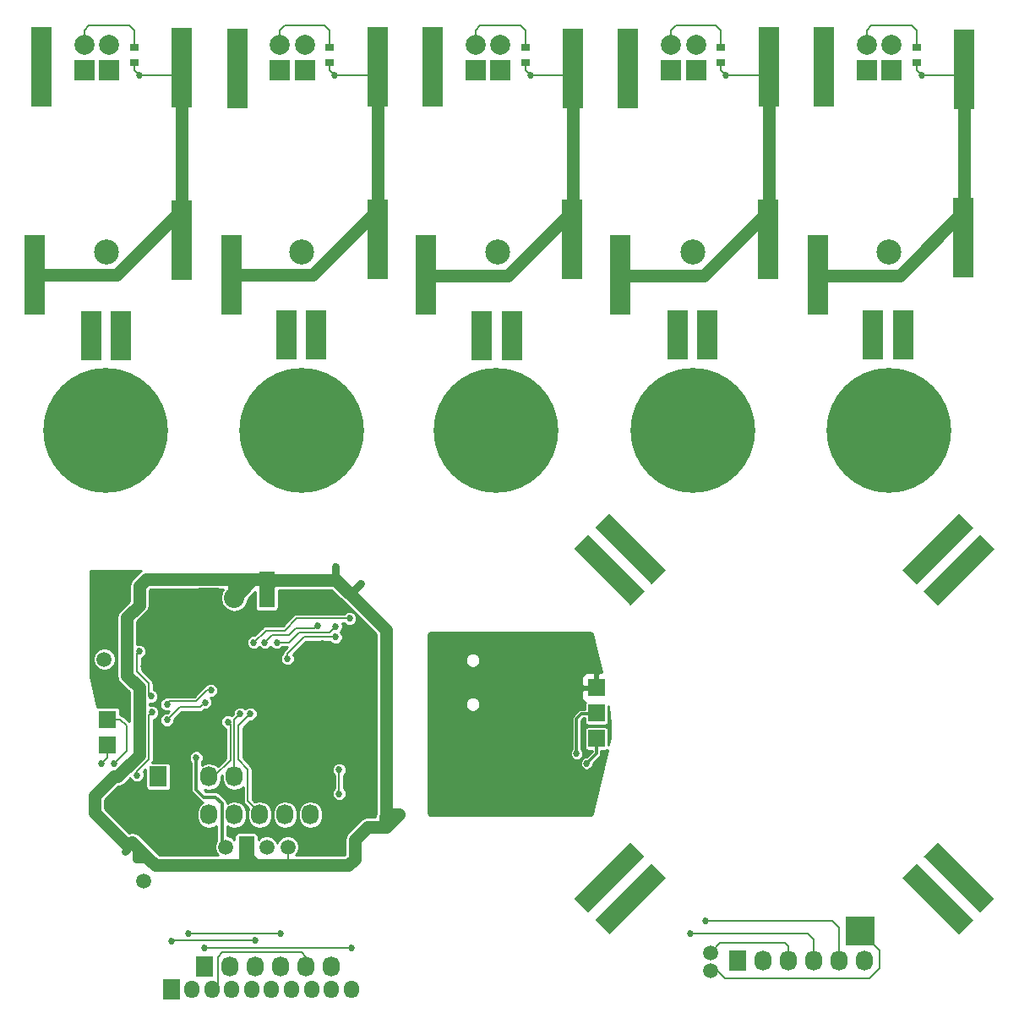
<source format=gbl>
G04 #@! TF.FileFunction,Copper,L2,Bot,Signal*
%FSLAX46Y46*%
G04 Gerber Fmt 4.6, Leading zero omitted, Abs format (unit mm)*
G04 Created by KiCad (PCBNEW (2015-07-22 BZR 5980)-product) date Friday, October 16, 2015 'amt' 10:57:48 am*
%MOMM*%
G01*
G04 APERTURE LIST*
%ADD10C,0.100000*%
%ADD11R,0.889000X0.635000*%
%ADD12R,2.000000X2.000000*%
%ADD13C,2.000000*%
%ADD14C,2.500000*%
%ADD15C,1.500000*%
%ADD16R,3.000000X3.000000*%
%ADD17R,1.727200X2.032000*%
%ADD18O,1.524000X1.778000*%
%ADD19R,1.600200X3.599180*%
%ADD20R,2.032000X2.032000*%
%ADD21O,2.032000X2.032000*%
%ADD22R,1.778000X1.778000*%
%ADD23O,1.727200X2.032000*%
%ADD24R,2.000000X8.000000*%
%ADD25R,2.000000X5.000000*%
%ADD26C,12.500000*%
%ADD27C,1.501140*%
%ADD28C,0.685800*%
%ADD29C,1.270000*%
%ADD30C,0.762000*%
%ADD31C,0.508000*%
%ADD32C,0.177800*%
%ADD33C,0.304800*%
%ADD34C,0.254000*%
G04 APERTURE END LIST*
D10*
D11*
X144400000Y-59468000D03*
X144400000Y-60992000D03*
X124800000Y-59468000D03*
X124800000Y-60992000D03*
X105200000Y-59468000D03*
X105200000Y-60992000D03*
X85600000Y-59468000D03*
X85600000Y-60992000D03*
D12*
X141900000Y-61730000D03*
D13*
X141900000Y-59190000D03*
D12*
X122300000Y-61730000D03*
D13*
X122300000Y-59190000D03*
D12*
X102700000Y-61730000D03*
D13*
X102700000Y-59190000D03*
D12*
X83100000Y-61730000D03*
D13*
X83100000Y-59190000D03*
D12*
X139400000Y-61730000D03*
D13*
X139400000Y-59190000D03*
D12*
X119800000Y-61730000D03*
D13*
X119800000Y-59190000D03*
D12*
X100200000Y-61730000D03*
D13*
X100200000Y-59190000D03*
D12*
X80600000Y-61730000D03*
D13*
X80600000Y-59190000D03*
D12*
X61000000Y-61730000D03*
D13*
X61000000Y-59190000D03*
D12*
X63500000Y-61730000D03*
D13*
X63500000Y-59190000D03*
D14*
X141600000Y-79930000D03*
X122000000Y-79930000D03*
X102400000Y-79930000D03*
X82800000Y-79930000D03*
X63200000Y-79930000D03*
D15*
X123731448Y-150146544D03*
X123731448Y-151896544D03*
D16*
X138731448Y-147896544D03*
D17*
X69777275Y-153784192D03*
D18*
X71777275Y-153784192D03*
X73777275Y-153784192D03*
X75777275Y-153784192D03*
X77777275Y-153784192D03*
X79777275Y-153784192D03*
X81777275Y-153784192D03*
X83777275Y-153784192D03*
X85777275Y-153784192D03*
X87777275Y-153784192D03*
D19*
X79300000Y-113730000D03*
D20*
X73498559Y-114561294D03*
D21*
X76038559Y-114561294D03*
D19*
X77250000Y-140230000D03*
D22*
X63338559Y-129293294D03*
X63338559Y-126753294D03*
X63338559Y-124213294D03*
D17*
X70958559Y-136278294D03*
D23*
X73498559Y-136278294D03*
X76038559Y-136278294D03*
X78578559Y-136278294D03*
X81118559Y-136278294D03*
X83658559Y-136278294D03*
D17*
X68418559Y-132468294D03*
D23*
X70958559Y-132468294D03*
X73498559Y-132468294D03*
X76038559Y-132468294D03*
D22*
X112340410Y-128662661D03*
X112340410Y-126122661D03*
X112340410Y-123582661D03*
D24*
X70750000Y-61480000D03*
X90400000Y-61430000D03*
X110000000Y-61530000D03*
X129600000Y-61430000D03*
X70750000Y-78730000D03*
X90400000Y-78630000D03*
X109900000Y-78630000D03*
X129500000Y-78630000D03*
X149200000Y-61630000D03*
X149100000Y-78530000D03*
D25*
X143050000Y-88230000D03*
X140050000Y-88230000D03*
X123450000Y-88280000D03*
X120450000Y-88280000D03*
X103850000Y-88305000D03*
X100850000Y-88305000D03*
X84250000Y-88280000D03*
X81250000Y-88280000D03*
X64675000Y-88305000D03*
X61675000Y-88305000D03*
D24*
X56700000Y-61430000D03*
X76400000Y-61530000D03*
X95900000Y-61430000D03*
X115500000Y-61530000D03*
D10*
G36*
X110103806Y-109669340D02*
X111518020Y-108255126D01*
X117174874Y-113911980D01*
X115760660Y-115326194D01*
X110103806Y-109669340D01*
X110103806Y-109669340D01*
G37*
G36*
X112225126Y-107548020D02*
X113639340Y-106133806D01*
X119296194Y-111790660D01*
X117881980Y-113204874D01*
X112225126Y-107548020D01*
X112225126Y-107548020D01*
G37*
G36*
X148660660Y-106133806D02*
X150074874Y-107548020D01*
X144418020Y-113204874D01*
X143003806Y-111790660D01*
X148660660Y-106133806D01*
X148660660Y-106133806D01*
G37*
G36*
X150781980Y-108255126D02*
X152196194Y-109669340D01*
X146539340Y-115326194D01*
X145125126Y-113911980D01*
X150781980Y-108255126D01*
X150781980Y-108255126D01*
G37*
G36*
X152196194Y-144690660D02*
X150781980Y-146104874D01*
X145125126Y-140448020D01*
X146539340Y-139033806D01*
X152196194Y-144690660D01*
X152196194Y-144690660D01*
G37*
G36*
X150074874Y-146811980D02*
X148660660Y-148226194D01*
X143003806Y-142569340D01*
X144418020Y-141155126D01*
X150074874Y-146811980D01*
X150074874Y-146811980D01*
G37*
G36*
X113639340Y-148226194D02*
X112225126Y-146811980D01*
X117881980Y-141155126D01*
X119296194Y-142569340D01*
X113639340Y-148226194D01*
X113639340Y-148226194D01*
G37*
G36*
X111518020Y-146104874D02*
X110103806Y-144690660D01*
X115760660Y-139033806D01*
X117174874Y-140448020D01*
X111518020Y-146104874D01*
X111518020Y-146104874D01*
G37*
D24*
X135100000Y-61430000D03*
D26*
X122000000Y-97830000D03*
X102300000Y-97830000D03*
X82775000Y-97805000D03*
X63175000Y-97805000D03*
X141600000Y-97830000D03*
D24*
X56000000Y-82230000D03*
X75750000Y-82230000D03*
X95250000Y-82230000D03*
X114750000Y-82230000D03*
X134500000Y-82230000D03*
D17*
X73077275Y-151484192D03*
D23*
X75617275Y-151484192D03*
X78157275Y-151484192D03*
X80697275Y-151484192D03*
X83237275Y-151484192D03*
X85777275Y-151484192D03*
D17*
X126481448Y-150896544D03*
D23*
X129021448Y-150896544D03*
X131561448Y-150896544D03*
X134101448Y-150896544D03*
X136641448Y-150896544D03*
X139181448Y-150896544D03*
D27*
X75200000Y-139530000D03*
X79300000Y-139530000D03*
X81400000Y-139530000D03*
X73200000Y-139530000D03*
X63000000Y-120730000D03*
X67000000Y-142930000D03*
D11*
X66000000Y-59468000D03*
X66000000Y-60992000D03*
D28*
X66200000Y-139830000D03*
X65100000Y-139930000D03*
X65800000Y-116130000D03*
X86200000Y-111430000D03*
X88700000Y-113130000D03*
X86200000Y-112730000D03*
X65290927Y-119730000D03*
X65290927Y-118530000D03*
X91300000Y-136330000D03*
X91160968Y-137548294D03*
X92548559Y-136278294D03*
X91278559Y-122943294D03*
X74100000Y-118730000D03*
X70200000Y-122030000D03*
X69500000Y-128230000D03*
X65300000Y-124230000D03*
X67000000Y-121430000D03*
X67656559Y-119768294D03*
X68138000Y-123130000D03*
X89950000Y-129580000D03*
X74700000Y-130880000D03*
X64350000Y-115380000D03*
X88750000Y-125630000D03*
X88738559Y-131833294D03*
X87468559Y-121038294D03*
X88738559Y-121038294D03*
X90008559Y-121038294D03*
X64608559Y-135008294D03*
X65878559Y-133738294D03*
X64608559Y-133738294D03*
X69688559Y-114053294D03*
X71593559Y-114053294D03*
X84928559Y-140088294D03*
X69053559Y-115958294D03*
X84928559Y-119133294D03*
X79848559Y-132468294D03*
X83023559Y-131198294D03*
X81118559Y-126753294D03*
X86198559Y-138183294D03*
X85563559Y-139453294D03*
X69300000Y-126792000D03*
X73100000Y-125030000D03*
X72228559Y-130563294D03*
X77650000Y-126180000D03*
X75400000Y-126980000D03*
X76650000Y-126180000D03*
X66500000Y-62230000D03*
X86100000Y-62230000D03*
X105700000Y-62230000D03*
X125300000Y-62230000D03*
X81372559Y-120657294D03*
X86198559Y-118498294D03*
X86550000Y-134180000D03*
X86550000Y-131780000D03*
X144900000Y-62230000D03*
X63973559Y-131198294D03*
X73700000Y-123830000D03*
X69300000Y-125230000D03*
X62703559Y-131198294D03*
X105341184Y-124662768D03*
X111341184Y-131162768D03*
X110341184Y-130162768D03*
X87600000Y-116630000D03*
X78000000Y-119030000D03*
X87777275Y-149584192D03*
X73077275Y-149584192D03*
X78177275Y-148884192D03*
X69777275Y-148984192D03*
X71477275Y-148184192D03*
X80677275Y-148184192D03*
X121731448Y-148146544D03*
X123231448Y-146896544D03*
X84400000Y-117330000D03*
X79100000Y-119030000D03*
X80300000Y-119030000D03*
X86200000Y-117430000D03*
X67700000Y-124430000D03*
X66500000Y-119930000D03*
X66300000Y-132330000D03*
X67800000Y-126030000D03*
D29*
X91278559Y-117863294D02*
X91278559Y-117808559D01*
X91278559Y-122943294D02*
X91278559Y-117863294D01*
X91278559Y-117808559D02*
X86200000Y-112730000D01*
X65800000Y-139130000D02*
X65100000Y-139130000D01*
X65100000Y-139130000D02*
X62068559Y-136098559D01*
X62068559Y-134373294D02*
X63973559Y-132468294D01*
X62068559Y-134373294D02*
X62068559Y-136098559D01*
X65300000Y-122364735D02*
X66500000Y-123564735D01*
X64361706Y-132468294D02*
X66500000Y-130330000D01*
X66500000Y-130330000D02*
X66500000Y-123564735D01*
X63973559Y-132468294D02*
X64361706Y-132468294D01*
D30*
X66200000Y-139830000D02*
X66200000Y-140730000D01*
X66200000Y-140730000D02*
X66200000Y-140630000D01*
X66200000Y-140630000D02*
X66200000Y-140730000D01*
X66200000Y-140730000D02*
X67500000Y-140730000D01*
X65800000Y-139230000D02*
X65800000Y-139130000D01*
X65800000Y-139130000D02*
X65800000Y-139030000D01*
X65900000Y-139130000D02*
X65800000Y-139230000D01*
X65100000Y-139930000D02*
X65900000Y-139130000D01*
D31*
X65300000Y-116630000D02*
X65290927Y-116630000D01*
X65800000Y-116130000D02*
X65300000Y-116630000D01*
D32*
X81400000Y-139530000D02*
X81400000Y-141358294D01*
X81400000Y-141358294D02*
X81400000Y-141330000D01*
X81400000Y-141330000D02*
X81400000Y-141358294D01*
D30*
X79300000Y-113730000D02*
X80275000Y-112755000D01*
X80400000Y-112730000D02*
X80400000Y-112755000D01*
X80375000Y-112755000D02*
X80400000Y-112730000D01*
X80275000Y-112755000D02*
X80375000Y-112755000D01*
X86200000Y-111430000D02*
X86200000Y-112730000D01*
X87776706Y-114053294D02*
X87468559Y-114053294D01*
X88700000Y-113130000D02*
X87776706Y-114053294D01*
X86175000Y-112755000D02*
X86170265Y-112755000D01*
X86200000Y-112730000D02*
X86175000Y-112755000D01*
D29*
X79775000Y-112755000D02*
X80400000Y-112755000D01*
X80400000Y-112755000D02*
X86170265Y-112755000D01*
X86170265Y-112755000D02*
X86198559Y-112783294D01*
X87468559Y-114053294D02*
X86198559Y-112783294D01*
X76038559Y-114561294D02*
X76068706Y-114561294D01*
X76068706Y-114561294D02*
X77900000Y-112730000D01*
X91278559Y-122943294D02*
X91278559Y-136308559D01*
D30*
X91278559Y-136308559D02*
X91300000Y-136330000D01*
D29*
X92548559Y-136278294D02*
X91351706Y-136278294D01*
D30*
X91351706Y-136278294D02*
X91300000Y-136330000D01*
X91300000Y-136330000D02*
X91160968Y-136469032D01*
D29*
X91160968Y-136469032D02*
X91160968Y-137548294D01*
X78100000Y-141358294D02*
X68128294Y-141358294D01*
D30*
X78128294Y-141358294D02*
X78100000Y-141358294D01*
D29*
X68128294Y-141358294D02*
X67500000Y-140730000D01*
X67500000Y-140730000D02*
X65800000Y-139030000D01*
X65290927Y-116545926D02*
X65290927Y-116630000D01*
X65290927Y-116630000D02*
X65290927Y-118530000D01*
X65290927Y-118530000D02*
X65290927Y-119730000D01*
X65290927Y-119730000D02*
X65290927Y-120930000D01*
X65290927Y-120930000D02*
X65290927Y-122355662D01*
X65290927Y-122355662D02*
X65300000Y-122364735D01*
X65300000Y-122364735D02*
X65300000Y-122380000D01*
X65300000Y-122380000D02*
X65300000Y-122364735D01*
D30*
X79775000Y-112755000D02*
X79750000Y-112730000D01*
D29*
X76038559Y-114561294D02*
X76038559Y-112730000D01*
D30*
X76038559Y-112730000D02*
X76000000Y-112768559D01*
X76000000Y-112768559D02*
X76000000Y-112980000D01*
X76000000Y-112980000D02*
X76000000Y-112730000D01*
D29*
X79750000Y-112730000D02*
X77900000Y-112730000D01*
X77900000Y-112730000D02*
X76000000Y-112730000D01*
X76000000Y-112730000D02*
X67201853Y-112730000D01*
D30*
X67201853Y-112730000D02*
X67148559Y-112783294D01*
D29*
X77250000Y-140230000D02*
X77250000Y-140480000D01*
X77250000Y-140480000D02*
X78128294Y-141358294D01*
X87468559Y-141358294D02*
X81400000Y-141358294D01*
X81400000Y-141358294D02*
X78128294Y-141358294D01*
D30*
X91160968Y-137548294D02*
X91278559Y-137548294D01*
D29*
X91278559Y-137548294D02*
X92548559Y-136278294D01*
X87468559Y-141358294D02*
X88103559Y-140723294D01*
X89373559Y-137548294D02*
X91160968Y-137548294D01*
X88103559Y-138818294D02*
X89373559Y-137548294D01*
X88103559Y-140723294D02*
X88103559Y-138818294D01*
X66513559Y-113418294D02*
X66513559Y-115323294D01*
X66513559Y-115323294D02*
X65290927Y-116545926D01*
X67148559Y-112783294D02*
X66513559Y-113418294D01*
D32*
X65283294Y-124213294D02*
X65300000Y-124230000D01*
X63338559Y-124213294D02*
X65283294Y-124213294D01*
X88750000Y-125630000D02*
X88750000Y-125730000D01*
X90008559Y-123156654D02*
X90008559Y-121038294D01*
X90008559Y-121038294D02*
X88738559Y-121038294D01*
X64608559Y-133738294D02*
X65878559Y-133738294D01*
X86198559Y-138818294D02*
X86198559Y-138183294D01*
X85563559Y-139453294D02*
X86198559Y-138818294D01*
X70600000Y-125530000D02*
X72600000Y-125530000D01*
X70562000Y-125530000D02*
X69300000Y-126792000D01*
X70562000Y-125530000D02*
X70600000Y-125530000D01*
X72600000Y-125530000D02*
X73100000Y-125030000D01*
D33*
X72228559Y-130563294D02*
X72228559Y-133758559D01*
X74800000Y-135130000D02*
X74800000Y-139130000D01*
X74200000Y-134530000D02*
X74800000Y-135130000D01*
X73000000Y-134530000D02*
X74200000Y-134530000D01*
X72228559Y-133758559D02*
X73000000Y-134530000D01*
X74800000Y-139130000D02*
X75200000Y-139530000D01*
D32*
X76450000Y-127380000D02*
X77650000Y-126180000D01*
X78578559Y-136278294D02*
X78578559Y-136108559D01*
X78578559Y-136108559D02*
X77400000Y-134930000D01*
X76450000Y-130780000D02*
X76450000Y-127380000D01*
X77400000Y-131730000D02*
X76450000Y-130780000D01*
X77400000Y-134930000D02*
X77400000Y-131730000D01*
X75650000Y-130830000D02*
X74011706Y-132468294D01*
X75650000Y-127230000D02*
X75650000Y-130830000D01*
X75400000Y-126980000D02*
X75650000Y-127230000D01*
X74011706Y-132468294D02*
X73498559Y-132468294D01*
X76050000Y-126780000D02*
X76038559Y-126780000D01*
X76650000Y-126180000D02*
X76050000Y-126780000D01*
X76038559Y-132468294D02*
X76038559Y-126780000D01*
X66000000Y-61730000D02*
X66000000Y-61230000D01*
X66500000Y-62230000D02*
X66000000Y-61730000D01*
X66000000Y-61230000D02*
X66000000Y-60992000D01*
X71000000Y-62230000D02*
X66500000Y-62230000D01*
X71000000Y-62230000D02*
X70750000Y-61480000D01*
D29*
X56000000Y-82230000D02*
X64250000Y-82230000D01*
X64250000Y-82230000D02*
X70750000Y-75730000D01*
X70750000Y-75730000D02*
X70750000Y-61480000D01*
X70750000Y-61480000D02*
X70750000Y-78730000D01*
D32*
X86100000Y-62230000D02*
X85600000Y-61730000D01*
X90600000Y-62230000D02*
X86100000Y-62230000D01*
X85600000Y-61730000D02*
X85600000Y-61230000D01*
X85600000Y-61230000D02*
X85600000Y-60992000D01*
X90600000Y-62230000D02*
X90350000Y-61480000D01*
D29*
X90400000Y-61480000D02*
X90400000Y-78730000D01*
X90400000Y-75730000D02*
X90400000Y-61480000D01*
X83900000Y-82230000D02*
X90400000Y-75730000D01*
X75650000Y-82230000D02*
X83900000Y-82230000D01*
D32*
X105700000Y-62230000D02*
X105200000Y-61730000D01*
X105200000Y-61730000D02*
X105200000Y-61230000D01*
X105200000Y-61230000D02*
X105200000Y-60992000D01*
X110200000Y-62230000D02*
X109950000Y-61480000D01*
X110200000Y-62230000D02*
X105700000Y-62230000D01*
D29*
X109950000Y-61580000D02*
X109950000Y-78830000D01*
X109950000Y-75830000D02*
X109950000Y-61580000D01*
X103450000Y-82330000D02*
X109950000Y-75830000D01*
X95200000Y-82330000D02*
X103450000Y-82330000D01*
D32*
X125300000Y-62230000D02*
X124800000Y-61730000D01*
X124800000Y-61730000D02*
X124800000Y-61230000D01*
X124800000Y-61230000D02*
X124800000Y-60992000D01*
X129800000Y-62230000D02*
X129550000Y-61480000D01*
X129800000Y-62230000D02*
X125300000Y-62230000D01*
D29*
X114850000Y-82330000D02*
X123100000Y-82330000D01*
X123100000Y-82330000D02*
X129600000Y-75830000D01*
X129600000Y-75830000D02*
X129600000Y-61580000D01*
X129600000Y-61580000D02*
X129600000Y-78830000D01*
D32*
X81372559Y-120657294D02*
X81372559Y-120149294D01*
X83023559Y-118498294D02*
X86198559Y-118498294D01*
X81372559Y-120149294D02*
X83023559Y-118498294D01*
X86550000Y-131780000D02*
X86550000Y-134180000D01*
X144900000Y-62230000D02*
X144400000Y-61730000D01*
X144400000Y-61730000D02*
X144400000Y-61230000D01*
X144400000Y-61230000D02*
X144400000Y-60992000D01*
X149400000Y-62230000D02*
X149150000Y-61480000D01*
X149400000Y-62230000D02*
X144900000Y-62230000D01*
D29*
X149200000Y-61580000D02*
X149200000Y-78830000D01*
X149200000Y-75830000D02*
X149200000Y-61580000D01*
X142700000Y-82330000D02*
X149200000Y-75830000D01*
X134450000Y-82330000D02*
X142700000Y-82330000D01*
D32*
X65243559Y-129928294D02*
X63973559Y-131198294D01*
X64608559Y-126753294D02*
X65243559Y-127388294D01*
X65243559Y-127388294D02*
X65243559Y-129928294D01*
X63338559Y-126753294D02*
X64608559Y-126753294D01*
X73700000Y-123830000D02*
X73300000Y-123830000D01*
X72200000Y-124930000D02*
X73300000Y-123830000D01*
X69600000Y-124930000D02*
X72200000Y-124930000D01*
X69300000Y-125230000D02*
X69600000Y-124930000D01*
X69300000Y-125230000D02*
X69400000Y-125130000D01*
X63338559Y-130563294D02*
X62703559Y-131198294D01*
X63338559Y-129293294D02*
X63338559Y-130563294D01*
D33*
X112341184Y-123622768D02*
X106381184Y-123622768D01*
X106381184Y-123622768D02*
X105341184Y-124662768D01*
X112341184Y-128702768D02*
X112341184Y-130162768D01*
X112341184Y-130162768D02*
X111341184Y-131162768D01*
X112341184Y-126162768D02*
X110841184Y-126162768D01*
X110341184Y-126662768D02*
X110341184Y-130162768D01*
X110841184Y-126162768D02*
X110341184Y-126662768D01*
D32*
X82300000Y-116630000D02*
X87600000Y-116630000D01*
X81100000Y-117830000D02*
X82300000Y-116630000D01*
X78000000Y-119030000D02*
X79200000Y-117830000D01*
X79200000Y-117830000D02*
X81100000Y-117830000D01*
X73077275Y-149584192D02*
X87777275Y-149584192D01*
X69877275Y-148884192D02*
X78177275Y-148884192D01*
X69777275Y-148984192D02*
X69877275Y-148884192D01*
X71477275Y-148184192D02*
X80677275Y-148184192D01*
X83237275Y-151484192D02*
X83237275Y-150544192D01*
X83237275Y-150544192D02*
X82777275Y-150084192D01*
X82777275Y-150084192D02*
X74877275Y-150084192D01*
X74877275Y-150084192D02*
X74377275Y-150584192D01*
X74377275Y-150584192D02*
X74377275Y-153184192D01*
X74377275Y-153184192D02*
X73777275Y-153784192D01*
X123731448Y-150146544D02*
X124731448Y-149146544D01*
X131561448Y-149476544D02*
X131561448Y-150896544D01*
X131231448Y-149146544D02*
X131561448Y-149476544D01*
X124731448Y-149146544D02*
X131231448Y-149146544D01*
X134101448Y-150896544D02*
X134101448Y-148766544D01*
X133481448Y-148146544D02*
X121731448Y-148146544D01*
X134101448Y-148766544D02*
X133481448Y-148146544D01*
X136641448Y-150896544D02*
X136641448Y-147556544D01*
X135981448Y-146896544D02*
X123231448Y-146896544D01*
X136641448Y-147556544D02*
X135981448Y-146896544D01*
X123731448Y-151896544D02*
X124481448Y-151896544D01*
X124481448Y-151896544D02*
X125231448Y-152646544D01*
X125231448Y-152646544D02*
X139731448Y-152646544D01*
X139731448Y-152646544D02*
X140731448Y-151646544D01*
X140731448Y-151646544D02*
X140731448Y-149896544D01*
X140731448Y-149896544D02*
X138731448Y-147896544D01*
X84100000Y-117630000D02*
X84400000Y-117330000D01*
X82200000Y-117630000D02*
X84100000Y-117630000D01*
X81500000Y-118330000D02*
X82200000Y-117630000D01*
X79800000Y-118330000D02*
X81500000Y-118330000D01*
X79100000Y-119030000D02*
X79800000Y-118330000D01*
X80300000Y-119030000D02*
X81500000Y-119030000D01*
X85600000Y-118030000D02*
X86200000Y-117430000D01*
X82500000Y-118030000D02*
X85600000Y-118030000D01*
X81500000Y-119030000D02*
X82500000Y-118030000D01*
X67500000Y-124230000D02*
X67700000Y-124430000D01*
X67500000Y-123130000D02*
X67500000Y-124230000D01*
X66300000Y-121930000D02*
X67500000Y-123130000D01*
X66300000Y-120130000D02*
X66300000Y-121930000D01*
X66500000Y-119930000D02*
X66300000Y-120130000D01*
X66300000Y-132330000D02*
X66300000Y-131930000D01*
X66300000Y-131930000D02*
X67200000Y-131030000D01*
X67200000Y-131030000D02*
X67500000Y-130730000D01*
X67500000Y-130730000D02*
X67500000Y-126330000D01*
X67500000Y-126330000D02*
X67800000Y-126030000D01*
X61000000Y-59190000D02*
X61000000Y-57730000D01*
X66000000Y-57730000D02*
X66000000Y-59468000D01*
X65500000Y-57230000D02*
X66000000Y-57730000D01*
X61500000Y-57230000D02*
X65500000Y-57230000D01*
X61000000Y-57730000D02*
X61500000Y-57230000D01*
X80600000Y-59190000D02*
X80600000Y-57730000D01*
X80600000Y-57730000D02*
X81100000Y-57230000D01*
X81100000Y-57230000D02*
X85100000Y-57230000D01*
X85100000Y-57230000D02*
X85600000Y-57730000D01*
X85600000Y-57730000D02*
X85600000Y-59468000D01*
X100200000Y-59190000D02*
X100200000Y-57730000D01*
X100200000Y-57730000D02*
X100700000Y-57230000D01*
X100700000Y-57230000D02*
X104700000Y-57230000D01*
X104700000Y-57230000D02*
X105200000Y-57730000D01*
X105200000Y-57730000D02*
X105200000Y-59468000D01*
X119800000Y-59190000D02*
X119800000Y-57730000D01*
X119800000Y-57730000D02*
X120300000Y-57230000D01*
X120300000Y-57230000D02*
X124300000Y-57230000D01*
X124300000Y-57230000D02*
X124800000Y-57730000D01*
X124800000Y-57730000D02*
X124800000Y-59468000D01*
X139400000Y-59190000D02*
X139400000Y-57730000D01*
X139400000Y-57730000D02*
X139900000Y-57230000D01*
X139900000Y-57230000D02*
X143900000Y-57230000D01*
X143900000Y-57230000D02*
X144400000Y-57730000D01*
X144400000Y-57730000D02*
X144400000Y-59468000D01*
D34*
G36*
X111793539Y-118099523D02*
X111883029Y-118159318D01*
X111942227Y-118246868D01*
X112828730Y-122058661D01*
X112626160Y-122058661D01*
X112467410Y-122217411D01*
X112467410Y-123455661D01*
X112487410Y-123455661D01*
X112487410Y-123709661D01*
X112467410Y-123709661D01*
X112467410Y-123729661D01*
X112213410Y-123729661D01*
X112213410Y-123709661D01*
X110975160Y-123709661D01*
X110816410Y-123868411D01*
X110816410Y-124597970D01*
X110913083Y-124831359D01*
X111091711Y-125009988D01*
X111203508Y-125056296D01*
X111164669Y-125113834D01*
X111140639Y-125233661D01*
X111140639Y-125705568D01*
X110841184Y-125705568D01*
X110666221Y-125740370D01*
X110517895Y-125839479D01*
X110017895Y-126339479D01*
X109918786Y-126487805D01*
X109883984Y-126662768D01*
X109883984Y-129703983D01*
X109792411Y-129795396D01*
X109693597Y-130033367D01*
X109693372Y-130291038D01*
X109791771Y-130529181D01*
X109973812Y-130711541D01*
X110211783Y-130810355D01*
X110469454Y-130810580D01*
X110707597Y-130712181D01*
X110889957Y-130530140D01*
X110988771Y-130292169D01*
X110988996Y-130034498D01*
X110890597Y-129796355D01*
X110798384Y-129703980D01*
X110798384Y-126852146D01*
X111030562Y-126619968D01*
X111140639Y-126619968D01*
X111140639Y-127011661D01*
X111163188Y-127127880D01*
X111230287Y-127230026D01*
X111331583Y-127298402D01*
X111451410Y-127322432D01*
X113229410Y-127322432D01*
X113345629Y-127299883D01*
X113447775Y-127232784D01*
X113516151Y-127131488D01*
X113540181Y-127011661D01*
X113540181Y-125429077D01*
X113714184Y-127169105D01*
X113714184Y-128568002D01*
X113540181Y-129316182D01*
X113540181Y-127773661D01*
X113517632Y-127657442D01*
X113450533Y-127555296D01*
X113349237Y-127486920D01*
X113229410Y-127462890D01*
X111451410Y-127462890D01*
X111335191Y-127485439D01*
X111233045Y-127552538D01*
X111164669Y-127653834D01*
X111140639Y-127773661D01*
X111140639Y-129551661D01*
X111163188Y-129667880D01*
X111230287Y-129770026D01*
X111331583Y-129838402D01*
X111451410Y-129862432D01*
X111883984Y-129862432D01*
X111883984Y-129973389D01*
X111342305Y-130515069D01*
X111212914Y-130514956D01*
X110974771Y-130613355D01*
X110792411Y-130795396D01*
X110693597Y-131033367D01*
X110693372Y-131291038D01*
X110791771Y-131529181D01*
X110973812Y-131711541D01*
X111211783Y-131810355D01*
X111469454Y-131810580D01*
X111707597Y-131712181D01*
X111889957Y-131530140D01*
X111988771Y-131292169D01*
X111988885Y-131161645D01*
X112664474Y-130486057D01*
X112763582Y-130337731D01*
X112798384Y-130162768D01*
X112798384Y-129862432D01*
X113229410Y-129862432D01*
X113345629Y-129839883D01*
X113431504Y-129783472D01*
X111946738Y-136167680D01*
X111924166Y-136212825D01*
X111880052Y-136277300D01*
X111789910Y-136336108D01*
X111655009Y-136362172D01*
X95774030Y-136362172D01*
X95634514Y-136334421D01*
X95545868Y-136275189D01*
X95486635Y-136186540D01*
X95468184Y-136093781D01*
X95468184Y-125370057D01*
X99182194Y-125370057D01*
X99296799Y-125647424D01*
X99508824Y-125859819D01*
X99785990Y-125974909D01*
X100086101Y-125975170D01*
X100363468Y-125860565D01*
X100575863Y-125648540D01*
X100690953Y-125371374D01*
X100691214Y-125071263D01*
X100576609Y-124793896D01*
X100364584Y-124581501D01*
X100087418Y-124466411D01*
X99787307Y-124466150D01*
X99509940Y-124580755D01*
X99297545Y-124792780D01*
X99182455Y-125069946D01*
X99182194Y-125370057D01*
X95468184Y-125370057D01*
X95468184Y-122567352D01*
X110816410Y-122567352D01*
X110816410Y-123296911D01*
X110975160Y-123455661D01*
X112213410Y-123455661D01*
X112213410Y-122217411D01*
X112054660Y-122058661D01*
X111325100Y-122058661D01*
X111091711Y-122155334D01*
X110913083Y-122333963D01*
X110816410Y-122567352D01*
X95468184Y-122567352D01*
X95468184Y-120970777D01*
X99182194Y-120970777D01*
X99296799Y-121248144D01*
X99508824Y-121460539D01*
X99785990Y-121575629D01*
X100086101Y-121575890D01*
X100363468Y-121461285D01*
X100575863Y-121249260D01*
X100690953Y-120972094D01*
X100691214Y-120671983D01*
X100576609Y-120394616D01*
X100364584Y-120182221D01*
X100087418Y-120067131D01*
X99787307Y-120066870D01*
X99509940Y-120181475D01*
X99297545Y-120393500D01*
X99182455Y-120670666D01*
X99182194Y-120970777D01*
X95468184Y-120970777D01*
X95468184Y-118340163D01*
X95486635Y-118247404D01*
X95545868Y-118158755D01*
X95634514Y-118099523D01*
X95774030Y-118071772D01*
X111654026Y-118071772D01*
X111793539Y-118099523D01*
X111793539Y-118099523D01*
G37*
X111793539Y-118099523D02*
X111883029Y-118159318D01*
X111942227Y-118246868D01*
X112828730Y-122058661D01*
X112626160Y-122058661D01*
X112467410Y-122217411D01*
X112467410Y-123455661D01*
X112487410Y-123455661D01*
X112487410Y-123709661D01*
X112467410Y-123709661D01*
X112467410Y-123729661D01*
X112213410Y-123729661D01*
X112213410Y-123709661D01*
X110975160Y-123709661D01*
X110816410Y-123868411D01*
X110816410Y-124597970D01*
X110913083Y-124831359D01*
X111091711Y-125009988D01*
X111203508Y-125056296D01*
X111164669Y-125113834D01*
X111140639Y-125233661D01*
X111140639Y-125705568D01*
X110841184Y-125705568D01*
X110666221Y-125740370D01*
X110517895Y-125839479D01*
X110017895Y-126339479D01*
X109918786Y-126487805D01*
X109883984Y-126662768D01*
X109883984Y-129703983D01*
X109792411Y-129795396D01*
X109693597Y-130033367D01*
X109693372Y-130291038D01*
X109791771Y-130529181D01*
X109973812Y-130711541D01*
X110211783Y-130810355D01*
X110469454Y-130810580D01*
X110707597Y-130712181D01*
X110889957Y-130530140D01*
X110988771Y-130292169D01*
X110988996Y-130034498D01*
X110890597Y-129796355D01*
X110798384Y-129703980D01*
X110798384Y-126852146D01*
X111030562Y-126619968D01*
X111140639Y-126619968D01*
X111140639Y-127011661D01*
X111163188Y-127127880D01*
X111230287Y-127230026D01*
X111331583Y-127298402D01*
X111451410Y-127322432D01*
X113229410Y-127322432D01*
X113345629Y-127299883D01*
X113447775Y-127232784D01*
X113516151Y-127131488D01*
X113540181Y-127011661D01*
X113540181Y-125429077D01*
X113714184Y-127169105D01*
X113714184Y-128568002D01*
X113540181Y-129316182D01*
X113540181Y-127773661D01*
X113517632Y-127657442D01*
X113450533Y-127555296D01*
X113349237Y-127486920D01*
X113229410Y-127462890D01*
X111451410Y-127462890D01*
X111335191Y-127485439D01*
X111233045Y-127552538D01*
X111164669Y-127653834D01*
X111140639Y-127773661D01*
X111140639Y-129551661D01*
X111163188Y-129667880D01*
X111230287Y-129770026D01*
X111331583Y-129838402D01*
X111451410Y-129862432D01*
X111883984Y-129862432D01*
X111883984Y-129973389D01*
X111342305Y-130515069D01*
X111212914Y-130514956D01*
X110974771Y-130613355D01*
X110792411Y-130795396D01*
X110693597Y-131033367D01*
X110693372Y-131291038D01*
X110791771Y-131529181D01*
X110973812Y-131711541D01*
X111211783Y-131810355D01*
X111469454Y-131810580D01*
X111707597Y-131712181D01*
X111889957Y-131530140D01*
X111988771Y-131292169D01*
X111988885Y-131161645D01*
X112664474Y-130486057D01*
X112763582Y-130337731D01*
X112798384Y-130162768D01*
X112798384Y-129862432D01*
X113229410Y-129862432D01*
X113345629Y-129839883D01*
X113431504Y-129783472D01*
X111946738Y-136167680D01*
X111924166Y-136212825D01*
X111880052Y-136277300D01*
X111789910Y-136336108D01*
X111655009Y-136362172D01*
X95774030Y-136362172D01*
X95634514Y-136334421D01*
X95545868Y-136275189D01*
X95486635Y-136186540D01*
X95468184Y-136093781D01*
X95468184Y-125370057D01*
X99182194Y-125370057D01*
X99296799Y-125647424D01*
X99508824Y-125859819D01*
X99785990Y-125974909D01*
X100086101Y-125975170D01*
X100363468Y-125860565D01*
X100575863Y-125648540D01*
X100690953Y-125371374D01*
X100691214Y-125071263D01*
X100576609Y-124793896D01*
X100364584Y-124581501D01*
X100087418Y-124466411D01*
X99787307Y-124466150D01*
X99509940Y-124580755D01*
X99297545Y-124792780D01*
X99182455Y-125069946D01*
X99182194Y-125370057D01*
X95468184Y-125370057D01*
X95468184Y-122567352D01*
X110816410Y-122567352D01*
X110816410Y-123296911D01*
X110975160Y-123455661D01*
X112213410Y-123455661D01*
X112213410Y-122217411D01*
X112054660Y-122058661D01*
X111325100Y-122058661D01*
X111091711Y-122155334D01*
X110913083Y-122333963D01*
X110816410Y-122567352D01*
X95468184Y-122567352D01*
X95468184Y-120970777D01*
X99182194Y-120970777D01*
X99296799Y-121248144D01*
X99508824Y-121460539D01*
X99785990Y-121575629D01*
X100086101Y-121575890D01*
X100363468Y-121461285D01*
X100575863Y-121249260D01*
X100690953Y-120972094D01*
X100691214Y-120671983D01*
X100576609Y-120394616D01*
X100364584Y-120182221D01*
X100087418Y-120067131D01*
X99787307Y-120066870D01*
X99509940Y-120181475D01*
X99297545Y-120393500D01*
X99182455Y-120670666D01*
X99182194Y-120970777D01*
X95468184Y-120970777D01*
X95468184Y-118340163D01*
X95486635Y-118247404D01*
X95545868Y-118158755D01*
X95634514Y-118099523D01*
X95774030Y-118071772D01*
X111654026Y-118071772D01*
X111793539Y-118099523D01*
G36*
X90222306Y-136080226D02*
X90144968Y-136469032D01*
X90144968Y-136532294D01*
X89373559Y-136532294D01*
X88984753Y-136609632D01*
X88898745Y-136667101D01*
X88655138Y-136829874D01*
X87385139Y-138099874D01*
X87164897Y-138429487D01*
X87159539Y-138456423D01*
X87087559Y-138818294D01*
X87087559Y-140302453D01*
X87047719Y-140342294D01*
X82187968Y-140342294D01*
X82358739Y-140171820D01*
X82531373Y-139756071D01*
X82531766Y-139305904D01*
X82359858Y-138889854D01*
X82041820Y-138571261D01*
X81626071Y-138398627D01*
X81175904Y-138398234D01*
X80759854Y-138570142D01*
X80441261Y-138888180D01*
X80349989Y-139107988D01*
X80259858Y-138889854D01*
X79941820Y-138571261D01*
X79526071Y-138398627D01*
X79075904Y-138398234D01*
X78659854Y-138570142D01*
X78438564Y-138791047D01*
X78438564Y-138430410D01*
X78410378Y-138285136D01*
X78326504Y-138157454D01*
X78199884Y-138071984D01*
X78050100Y-138041946D01*
X76449900Y-138041946D01*
X76304626Y-138070132D01*
X76176944Y-138154006D01*
X76091474Y-138280626D01*
X76061436Y-138430410D01*
X76061436Y-138791260D01*
X75841820Y-138571261D01*
X75426071Y-138398627D01*
X75333400Y-138398546D01*
X75333400Y-137454996D01*
X75562271Y-137607923D01*
X76038559Y-137702663D01*
X76514847Y-137607923D01*
X76918624Y-137338128D01*
X77188419Y-136934351D01*
X77283159Y-136458063D01*
X77283159Y-136098525D01*
X77188419Y-135622237D01*
X76918624Y-135218460D01*
X76514847Y-134948665D01*
X76038559Y-134853925D01*
X75562271Y-134948665D01*
X75328412Y-135104924D01*
X75292797Y-134925877D01*
X75177171Y-134752829D01*
X74577171Y-134152829D01*
X74404123Y-134037203D01*
X74200000Y-133996600D01*
X73220942Y-133996600D01*
X73022253Y-133797911D01*
X73022271Y-133797923D01*
X73498559Y-133892663D01*
X73974847Y-133797923D01*
X74378624Y-133528128D01*
X74648419Y-133124351D01*
X74743159Y-132648063D01*
X74743159Y-132401379D01*
X74793959Y-132350579D01*
X74793959Y-132648063D01*
X74888699Y-133124351D01*
X75158494Y-133528128D01*
X75562271Y-133797923D01*
X76038559Y-133892663D01*
X76514847Y-133797923D01*
X76918624Y-133528128D01*
X76930100Y-133510953D01*
X76930100Y-134930000D01*
X76956635Y-135063400D01*
X76965869Y-135109823D01*
X77067731Y-135262269D01*
X77428533Y-135623071D01*
X77333959Y-136098525D01*
X77333959Y-136458063D01*
X77428699Y-136934351D01*
X77698494Y-137338128D01*
X78102271Y-137607923D01*
X78578559Y-137702663D01*
X79054847Y-137607923D01*
X79458624Y-137338128D01*
X79728419Y-136934351D01*
X79823159Y-136458063D01*
X79823159Y-136098525D01*
X79873959Y-136098525D01*
X79873959Y-136458063D01*
X79968699Y-136934351D01*
X80238494Y-137338128D01*
X80642271Y-137607923D01*
X81118559Y-137702663D01*
X81594847Y-137607923D01*
X81998624Y-137338128D01*
X82268419Y-136934351D01*
X82363159Y-136458063D01*
X82363159Y-136098525D01*
X82413959Y-136098525D01*
X82413959Y-136458063D01*
X82508699Y-136934351D01*
X82778494Y-137338128D01*
X83182271Y-137607923D01*
X83658559Y-137702663D01*
X84134847Y-137607923D01*
X84538624Y-137338128D01*
X84808419Y-136934351D01*
X84903159Y-136458063D01*
X84903159Y-136098525D01*
X84808419Y-135622237D01*
X84538624Y-135218460D01*
X84134847Y-134948665D01*
X83658559Y-134853925D01*
X83182271Y-134948665D01*
X82778494Y-135218460D01*
X82508699Y-135622237D01*
X82413959Y-136098525D01*
X82363159Y-136098525D01*
X82363159Y-136098525D01*
X82268419Y-135622237D01*
X81998624Y-135218460D01*
X81594847Y-134948665D01*
X81118559Y-134853925D01*
X80642271Y-134948665D01*
X80238494Y-135218460D01*
X79968699Y-135622237D01*
X79873959Y-136098525D01*
X79823159Y-136098525D01*
X79823159Y-136098525D01*
X79728419Y-135622237D01*
X79458624Y-135218460D01*
X79054847Y-134948665D01*
X78578559Y-134853925D01*
X78102271Y-134948665D01*
X78090841Y-134956302D01*
X77869900Y-134735362D01*
X77869900Y-131923361D01*
X85825975Y-131923361D01*
X85935950Y-132189521D01*
X86080100Y-132333923D01*
X86080100Y-133626224D01*
X85936665Y-133769408D01*
X85826226Y-134035376D01*
X85825975Y-134323361D01*
X85935950Y-134589521D01*
X86139408Y-134793335D01*
X86405376Y-134903774D01*
X86693361Y-134904025D01*
X86959521Y-134794050D01*
X87163335Y-134590592D01*
X87273774Y-134324624D01*
X87274025Y-134036639D01*
X87164050Y-133770479D01*
X87019900Y-133626077D01*
X87019900Y-132333776D01*
X87163335Y-132190592D01*
X87273774Y-131924624D01*
X87274025Y-131636639D01*
X87164050Y-131370479D01*
X86960592Y-131166665D01*
X86694624Y-131056226D01*
X86406639Y-131055975D01*
X86140479Y-131165950D01*
X85936665Y-131369408D01*
X85826226Y-131635376D01*
X85825975Y-131923361D01*
X77869900Y-131923361D01*
X77869900Y-131730000D01*
X77834131Y-131550177D01*
X77800536Y-131499899D01*
X77732270Y-131397731D01*
X76919900Y-130585362D01*
X76919900Y-127574638D01*
X77590690Y-126903848D01*
X77793361Y-126904025D01*
X78059521Y-126794050D01*
X78263335Y-126590592D01*
X78373774Y-126324624D01*
X78374025Y-126036639D01*
X78264050Y-125770479D01*
X78060592Y-125566665D01*
X77794624Y-125456226D01*
X77506639Y-125455975D01*
X77240479Y-125565950D01*
X77150021Y-125656250D01*
X77060592Y-125566665D01*
X76794624Y-125456226D01*
X76506639Y-125455975D01*
X76240479Y-125565950D01*
X76036665Y-125769408D01*
X75926226Y-126035376D01*
X75926048Y-126239413D01*
X75802258Y-126363204D01*
X75544624Y-126256226D01*
X75256639Y-126255975D01*
X74990479Y-126365950D01*
X74786665Y-126569408D01*
X74676226Y-126835376D01*
X74675975Y-127123361D01*
X74785950Y-127389521D01*
X74989408Y-127593335D01*
X75180100Y-127672517D01*
X75180100Y-130635361D01*
X74389990Y-131425471D01*
X74378624Y-131408460D01*
X73974847Y-131138665D01*
X73498559Y-131043925D01*
X73022271Y-131138665D01*
X72761959Y-131312600D01*
X72761959Y-131053681D01*
X72841894Y-130973886D01*
X72952333Y-130707918D01*
X72952584Y-130419933D01*
X72842609Y-130153773D01*
X72639151Y-129949959D01*
X72373183Y-129839520D01*
X72085198Y-129839269D01*
X71819038Y-129949244D01*
X71615224Y-130152702D01*
X71504785Y-130418670D01*
X71504534Y-130706655D01*
X71614509Y-130972815D01*
X71695159Y-131053606D01*
X71695159Y-133758559D01*
X71735762Y-133962682D01*
X71851388Y-134135730D01*
X72622829Y-134907171D01*
X72795876Y-135022797D01*
X72884840Y-135040493D01*
X72618494Y-135218460D01*
X72348699Y-135622237D01*
X72253959Y-136098525D01*
X72253959Y-136458063D01*
X72348699Y-136934351D01*
X72618494Y-137338128D01*
X73022271Y-137607923D01*
X73498559Y-137702663D01*
X73974847Y-137607923D01*
X74266600Y-137412980D01*
X74266600Y-138862885D01*
X74241261Y-138888180D01*
X74068627Y-139303929D01*
X74068234Y-139754096D01*
X74240142Y-140170146D01*
X74411990Y-140342294D01*
X68549135Y-140342294D01*
X68218422Y-140011582D01*
X68218420Y-140011579D01*
X66518420Y-138311580D01*
X66188807Y-138091338D01*
X65800000Y-138014001D01*
X65483747Y-138076906D01*
X63084559Y-135677719D01*
X63084559Y-134794134D01*
X64402518Y-133476176D01*
X64686006Y-133419787D01*
X64750513Y-133406956D01*
X65080126Y-133186714D01*
X65639569Y-132627271D01*
X65685950Y-132739521D01*
X65889408Y-132943335D01*
X66155376Y-133053774D01*
X66443361Y-133054025D01*
X66709521Y-132944050D01*
X66913335Y-132740592D01*
X67023774Y-132474624D01*
X67024025Y-132186639D01*
X66931596Y-131962943D01*
X67166495Y-131728044D01*
X67166495Y-133484294D01*
X67194681Y-133629568D01*
X67278555Y-133757250D01*
X67405175Y-133842720D01*
X67554959Y-133872758D01*
X69282159Y-133872758D01*
X69427433Y-133844572D01*
X69555115Y-133760698D01*
X69640585Y-133634078D01*
X69670623Y-133484294D01*
X69670623Y-131452294D01*
X69642437Y-131307020D01*
X69558563Y-131179338D01*
X69431943Y-131093868D01*
X69282159Y-131063830D01*
X67830709Y-131063830D01*
X67832269Y-131062270D01*
X67934131Y-130909823D01*
X67945995Y-130850177D01*
X67969900Y-130730000D01*
X67969900Y-126743059D01*
X68209521Y-126644050D01*
X68413335Y-126440592D01*
X68523774Y-126174624D01*
X68524025Y-125886639D01*
X68414050Y-125620479D01*
X68210592Y-125416665D01*
X68106304Y-125373361D01*
X68575975Y-125373361D01*
X68685950Y-125639521D01*
X68889408Y-125843335D01*
X69155376Y-125953774D01*
X69443361Y-125954025D01*
X69494614Y-125932848D01*
X69359310Y-126068152D01*
X69156639Y-126067975D01*
X68890479Y-126177950D01*
X68686665Y-126381408D01*
X68576226Y-126647376D01*
X68575975Y-126935361D01*
X68685950Y-127201521D01*
X68889408Y-127405335D01*
X69155376Y-127515774D01*
X69443361Y-127516025D01*
X69709521Y-127406050D01*
X69913335Y-127202592D01*
X70023774Y-126936624D01*
X70023952Y-126732586D01*
X70756639Y-125999900D01*
X72600000Y-125999900D01*
X72779823Y-125964131D01*
X72932269Y-125862269D01*
X73040690Y-125753848D01*
X73243361Y-125754025D01*
X73509521Y-125644050D01*
X73713335Y-125440592D01*
X73823774Y-125174624D01*
X73824025Y-124886639D01*
X73714050Y-124620479D01*
X73647542Y-124553854D01*
X73843361Y-124554025D01*
X74109521Y-124444050D01*
X74313335Y-124240592D01*
X74423774Y-123974624D01*
X74424025Y-123686639D01*
X74314050Y-123420479D01*
X74110592Y-123216665D01*
X73844624Y-123106226D01*
X73556639Y-123105975D01*
X73290479Y-123215950D01*
X73090140Y-123415939D01*
X72967731Y-123497730D01*
X72005362Y-124460100D01*
X69600000Y-124460100D01*
X69420177Y-124495869D01*
X69404729Y-124506191D01*
X69156639Y-124505975D01*
X68890479Y-124615950D01*
X68686665Y-124819408D01*
X68576226Y-125085376D01*
X68575975Y-125373361D01*
X68106304Y-125373361D01*
X67944624Y-125306226D01*
X67656639Y-125305975D01*
X67516000Y-125364086D01*
X67516000Y-125137424D01*
X67555376Y-125153774D01*
X67843361Y-125154025D01*
X68109521Y-125044050D01*
X68313335Y-124840592D01*
X68423774Y-124574624D01*
X68424025Y-124286639D01*
X68314050Y-124020479D01*
X68110592Y-123816665D01*
X67969900Y-123758245D01*
X67969900Y-123130000D01*
X67934131Y-122950177D01*
X67883979Y-122875120D01*
X67832269Y-122797730D01*
X66769900Y-121735362D01*
X66769900Y-120601740D01*
X66909521Y-120544050D01*
X67113335Y-120340592D01*
X67223774Y-120074624D01*
X67224025Y-119786639D01*
X67114050Y-119520479D01*
X66910592Y-119316665D01*
X66644624Y-119206226D01*
X66356639Y-119205975D01*
X66306927Y-119226516D01*
X66306927Y-119173361D01*
X77275975Y-119173361D01*
X77385950Y-119439521D01*
X77589408Y-119643335D01*
X77855376Y-119753774D01*
X78143361Y-119754025D01*
X78409521Y-119644050D01*
X78550067Y-119503750D01*
X78689408Y-119643335D01*
X78955376Y-119753774D01*
X79243361Y-119754025D01*
X79509521Y-119644050D01*
X79700154Y-119453750D01*
X79889408Y-119643335D01*
X80155376Y-119753774D01*
X80443361Y-119754025D01*
X80709521Y-119644050D01*
X80853923Y-119499900D01*
X81357415Y-119499900D01*
X81040290Y-119817025D01*
X80938428Y-119969471D01*
X80914020Y-120092176D01*
X80759224Y-120246702D01*
X80648785Y-120512670D01*
X80648534Y-120800655D01*
X80758509Y-121066815D01*
X80961967Y-121270629D01*
X81227935Y-121381068D01*
X81515920Y-121381319D01*
X81782080Y-121271344D01*
X81985894Y-121067886D01*
X82096333Y-120801918D01*
X82096584Y-120513933D01*
X81986609Y-120247773D01*
X81962635Y-120223757D01*
X83218198Y-118968194D01*
X85644783Y-118968194D01*
X85787967Y-119111629D01*
X86053935Y-119222068D01*
X86341920Y-119222319D01*
X86608080Y-119112344D01*
X86811894Y-118908886D01*
X86922333Y-118642918D01*
X86922584Y-118354933D01*
X86812609Y-118088773D01*
X86688881Y-117964829D01*
X86813335Y-117840592D01*
X86923774Y-117574624D01*
X86924025Y-117286639D01*
X86846866Y-117099900D01*
X87046224Y-117099900D01*
X87189408Y-117243335D01*
X87455376Y-117353774D01*
X87743361Y-117354025D01*
X88009521Y-117244050D01*
X88213335Y-117040592D01*
X88323774Y-116774624D01*
X88324025Y-116486639D01*
X88214050Y-116220479D01*
X88010592Y-116016665D01*
X87744624Y-115906226D01*
X87456639Y-115905975D01*
X87190479Y-116015950D01*
X87046077Y-116160100D01*
X82300000Y-116160100D01*
X82120177Y-116195869D01*
X81967730Y-116297731D01*
X80905362Y-117360100D01*
X79200000Y-117360100D01*
X79020177Y-117395869D01*
X78867730Y-117497731D01*
X78059310Y-118306152D01*
X77856639Y-118305975D01*
X77590479Y-118415950D01*
X77386665Y-118619408D01*
X77276226Y-118885376D01*
X77275975Y-119173361D01*
X66306927Y-119173361D01*
X66306927Y-116966766D01*
X67231980Y-116041714D01*
X67452221Y-115712101D01*
X67479035Y-115577294D01*
X67529559Y-115323294D01*
X67529559Y-113839134D01*
X67622694Y-113746000D01*
X74917160Y-113746000D01*
X74747899Y-113999316D01*
X74641559Y-114533925D01*
X74641559Y-114588663D01*
X74747899Y-115123272D01*
X75050731Y-115576491D01*
X75503950Y-115879323D01*
X76038559Y-115985663D01*
X76573168Y-115879323D01*
X77026387Y-115576491D01*
X77329219Y-115123272D01*
X77424977Y-114641864D01*
X78111436Y-113955405D01*
X78111436Y-115529590D01*
X78139622Y-115674864D01*
X78223496Y-115802546D01*
X78350116Y-115888016D01*
X78499900Y-115918054D01*
X80100100Y-115918054D01*
X80245374Y-115889868D01*
X80373056Y-115805994D01*
X80458526Y-115679374D01*
X80488564Y-115529590D01*
X80488564Y-113771000D01*
X85749425Y-113771000D01*
X86750138Y-114771714D01*
X86915093Y-114881934D01*
X90262559Y-118229400D01*
X90262559Y-136019983D01*
X90222306Y-136080226D01*
X90222306Y-136080226D01*
G37*
X90222306Y-136080226D02*
X90144968Y-136469032D01*
X90144968Y-136532294D01*
X89373559Y-136532294D01*
X88984753Y-136609632D01*
X88898745Y-136667101D01*
X88655138Y-136829874D01*
X87385139Y-138099874D01*
X87164897Y-138429487D01*
X87159539Y-138456423D01*
X87087559Y-138818294D01*
X87087559Y-140302453D01*
X87047719Y-140342294D01*
X82187968Y-140342294D01*
X82358739Y-140171820D01*
X82531373Y-139756071D01*
X82531766Y-139305904D01*
X82359858Y-138889854D01*
X82041820Y-138571261D01*
X81626071Y-138398627D01*
X81175904Y-138398234D01*
X80759854Y-138570142D01*
X80441261Y-138888180D01*
X80349989Y-139107988D01*
X80259858Y-138889854D01*
X79941820Y-138571261D01*
X79526071Y-138398627D01*
X79075904Y-138398234D01*
X78659854Y-138570142D01*
X78438564Y-138791047D01*
X78438564Y-138430410D01*
X78410378Y-138285136D01*
X78326504Y-138157454D01*
X78199884Y-138071984D01*
X78050100Y-138041946D01*
X76449900Y-138041946D01*
X76304626Y-138070132D01*
X76176944Y-138154006D01*
X76091474Y-138280626D01*
X76061436Y-138430410D01*
X76061436Y-138791260D01*
X75841820Y-138571261D01*
X75426071Y-138398627D01*
X75333400Y-138398546D01*
X75333400Y-137454996D01*
X75562271Y-137607923D01*
X76038559Y-137702663D01*
X76514847Y-137607923D01*
X76918624Y-137338128D01*
X77188419Y-136934351D01*
X77283159Y-136458063D01*
X77283159Y-136098525D01*
X77188419Y-135622237D01*
X76918624Y-135218460D01*
X76514847Y-134948665D01*
X76038559Y-134853925D01*
X75562271Y-134948665D01*
X75328412Y-135104924D01*
X75292797Y-134925877D01*
X75177171Y-134752829D01*
X74577171Y-134152829D01*
X74404123Y-134037203D01*
X74200000Y-133996600D01*
X73220942Y-133996600D01*
X73022253Y-133797911D01*
X73022271Y-133797923D01*
X73498559Y-133892663D01*
X73974847Y-133797923D01*
X74378624Y-133528128D01*
X74648419Y-133124351D01*
X74743159Y-132648063D01*
X74743159Y-132401379D01*
X74793959Y-132350579D01*
X74793959Y-132648063D01*
X74888699Y-133124351D01*
X75158494Y-133528128D01*
X75562271Y-133797923D01*
X76038559Y-133892663D01*
X76514847Y-133797923D01*
X76918624Y-133528128D01*
X76930100Y-133510953D01*
X76930100Y-134930000D01*
X76956635Y-135063400D01*
X76965869Y-135109823D01*
X77067731Y-135262269D01*
X77428533Y-135623071D01*
X77333959Y-136098525D01*
X77333959Y-136458063D01*
X77428699Y-136934351D01*
X77698494Y-137338128D01*
X78102271Y-137607923D01*
X78578559Y-137702663D01*
X79054847Y-137607923D01*
X79458624Y-137338128D01*
X79728419Y-136934351D01*
X79823159Y-136458063D01*
X79823159Y-136098525D01*
X79873959Y-136098525D01*
X79873959Y-136458063D01*
X79968699Y-136934351D01*
X80238494Y-137338128D01*
X80642271Y-137607923D01*
X81118559Y-137702663D01*
X81594847Y-137607923D01*
X81998624Y-137338128D01*
X82268419Y-136934351D01*
X82363159Y-136458063D01*
X82363159Y-136098525D01*
X82413959Y-136098525D01*
X82413959Y-136458063D01*
X82508699Y-136934351D01*
X82778494Y-137338128D01*
X83182271Y-137607923D01*
X83658559Y-137702663D01*
X84134847Y-137607923D01*
X84538624Y-137338128D01*
X84808419Y-136934351D01*
X84903159Y-136458063D01*
X84903159Y-136098525D01*
X84808419Y-135622237D01*
X84538624Y-135218460D01*
X84134847Y-134948665D01*
X83658559Y-134853925D01*
X83182271Y-134948665D01*
X82778494Y-135218460D01*
X82508699Y-135622237D01*
X82413959Y-136098525D01*
X82363159Y-136098525D01*
X82363159Y-136098525D01*
X82268419Y-135622237D01*
X81998624Y-135218460D01*
X81594847Y-134948665D01*
X81118559Y-134853925D01*
X80642271Y-134948665D01*
X80238494Y-135218460D01*
X79968699Y-135622237D01*
X79873959Y-136098525D01*
X79823159Y-136098525D01*
X79823159Y-136098525D01*
X79728419Y-135622237D01*
X79458624Y-135218460D01*
X79054847Y-134948665D01*
X78578559Y-134853925D01*
X78102271Y-134948665D01*
X78090841Y-134956302D01*
X77869900Y-134735362D01*
X77869900Y-131923361D01*
X85825975Y-131923361D01*
X85935950Y-132189521D01*
X86080100Y-132333923D01*
X86080100Y-133626224D01*
X85936665Y-133769408D01*
X85826226Y-134035376D01*
X85825975Y-134323361D01*
X85935950Y-134589521D01*
X86139408Y-134793335D01*
X86405376Y-134903774D01*
X86693361Y-134904025D01*
X86959521Y-134794050D01*
X87163335Y-134590592D01*
X87273774Y-134324624D01*
X87274025Y-134036639D01*
X87164050Y-133770479D01*
X87019900Y-133626077D01*
X87019900Y-132333776D01*
X87163335Y-132190592D01*
X87273774Y-131924624D01*
X87274025Y-131636639D01*
X87164050Y-131370479D01*
X86960592Y-131166665D01*
X86694624Y-131056226D01*
X86406639Y-131055975D01*
X86140479Y-131165950D01*
X85936665Y-131369408D01*
X85826226Y-131635376D01*
X85825975Y-131923361D01*
X77869900Y-131923361D01*
X77869900Y-131730000D01*
X77834131Y-131550177D01*
X77800536Y-131499899D01*
X77732270Y-131397731D01*
X76919900Y-130585362D01*
X76919900Y-127574638D01*
X77590690Y-126903848D01*
X77793361Y-126904025D01*
X78059521Y-126794050D01*
X78263335Y-126590592D01*
X78373774Y-126324624D01*
X78374025Y-126036639D01*
X78264050Y-125770479D01*
X78060592Y-125566665D01*
X77794624Y-125456226D01*
X77506639Y-125455975D01*
X77240479Y-125565950D01*
X77150021Y-125656250D01*
X77060592Y-125566665D01*
X76794624Y-125456226D01*
X76506639Y-125455975D01*
X76240479Y-125565950D01*
X76036665Y-125769408D01*
X75926226Y-126035376D01*
X75926048Y-126239413D01*
X75802258Y-126363204D01*
X75544624Y-126256226D01*
X75256639Y-126255975D01*
X74990479Y-126365950D01*
X74786665Y-126569408D01*
X74676226Y-126835376D01*
X74675975Y-127123361D01*
X74785950Y-127389521D01*
X74989408Y-127593335D01*
X75180100Y-127672517D01*
X75180100Y-130635361D01*
X74389990Y-131425471D01*
X74378624Y-131408460D01*
X73974847Y-131138665D01*
X73498559Y-131043925D01*
X73022271Y-131138665D01*
X72761959Y-131312600D01*
X72761959Y-131053681D01*
X72841894Y-130973886D01*
X72952333Y-130707918D01*
X72952584Y-130419933D01*
X72842609Y-130153773D01*
X72639151Y-129949959D01*
X72373183Y-129839520D01*
X72085198Y-129839269D01*
X71819038Y-129949244D01*
X71615224Y-130152702D01*
X71504785Y-130418670D01*
X71504534Y-130706655D01*
X71614509Y-130972815D01*
X71695159Y-131053606D01*
X71695159Y-133758559D01*
X71735762Y-133962682D01*
X71851388Y-134135730D01*
X72622829Y-134907171D01*
X72795876Y-135022797D01*
X72884840Y-135040493D01*
X72618494Y-135218460D01*
X72348699Y-135622237D01*
X72253959Y-136098525D01*
X72253959Y-136458063D01*
X72348699Y-136934351D01*
X72618494Y-137338128D01*
X73022271Y-137607923D01*
X73498559Y-137702663D01*
X73974847Y-137607923D01*
X74266600Y-137412980D01*
X74266600Y-138862885D01*
X74241261Y-138888180D01*
X74068627Y-139303929D01*
X74068234Y-139754096D01*
X74240142Y-140170146D01*
X74411990Y-140342294D01*
X68549135Y-140342294D01*
X68218422Y-140011582D01*
X68218420Y-140011579D01*
X66518420Y-138311580D01*
X66188807Y-138091338D01*
X65800000Y-138014001D01*
X65483747Y-138076906D01*
X63084559Y-135677719D01*
X63084559Y-134794134D01*
X64402518Y-133476176D01*
X64686006Y-133419787D01*
X64750513Y-133406956D01*
X65080126Y-133186714D01*
X65639569Y-132627271D01*
X65685950Y-132739521D01*
X65889408Y-132943335D01*
X66155376Y-133053774D01*
X66443361Y-133054025D01*
X66709521Y-132944050D01*
X66913335Y-132740592D01*
X67023774Y-132474624D01*
X67024025Y-132186639D01*
X66931596Y-131962943D01*
X67166495Y-131728044D01*
X67166495Y-133484294D01*
X67194681Y-133629568D01*
X67278555Y-133757250D01*
X67405175Y-133842720D01*
X67554959Y-133872758D01*
X69282159Y-133872758D01*
X69427433Y-133844572D01*
X69555115Y-133760698D01*
X69640585Y-133634078D01*
X69670623Y-133484294D01*
X69670623Y-131452294D01*
X69642437Y-131307020D01*
X69558563Y-131179338D01*
X69431943Y-131093868D01*
X69282159Y-131063830D01*
X67830709Y-131063830D01*
X67832269Y-131062270D01*
X67934131Y-130909823D01*
X67945995Y-130850177D01*
X67969900Y-130730000D01*
X67969900Y-126743059D01*
X68209521Y-126644050D01*
X68413335Y-126440592D01*
X68523774Y-126174624D01*
X68524025Y-125886639D01*
X68414050Y-125620479D01*
X68210592Y-125416665D01*
X68106304Y-125373361D01*
X68575975Y-125373361D01*
X68685950Y-125639521D01*
X68889408Y-125843335D01*
X69155376Y-125953774D01*
X69443361Y-125954025D01*
X69494614Y-125932848D01*
X69359310Y-126068152D01*
X69156639Y-126067975D01*
X68890479Y-126177950D01*
X68686665Y-126381408D01*
X68576226Y-126647376D01*
X68575975Y-126935361D01*
X68685950Y-127201521D01*
X68889408Y-127405335D01*
X69155376Y-127515774D01*
X69443361Y-127516025D01*
X69709521Y-127406050D01*
X69913335Y-127202592D01*
X70023774Y-126936624D01*
X70023952Y-126732586D01*
X70756639Y-125999900D01*
X72600000Y-125999900D01*
X72779823Y-125964131D01*
X72932269Y-125862269D01*
X73040690Y-125753848D01*
X73243361Y-125754025D01*
X73509521Y-125644050D01*
X73713335Y-125440592D01*
X73823774Y-125174624D01*
X73824025Y-124886639D01*
X73714050Y-124620479D01*
X73647542Y-124553854D01*
X73843361Y-124554025D01*
X74109521Y-124444050D01*
X74313335Y-124240592D01*
X74423774Y-123974624D01*
X74424025Y-123686639D01*
X74314050Y-123420479D01*
X74110592Y-123216665D01*
X73844624Y-123106226D01*
X73556639Y-123105975D01*
X73290479Y-123215950D01*
X73090140Y-123415939D01*
X72967731Y-123497730D01*
X72005362Y-124460100D01*
X69600000Y-124460100D01*
X69420177Y-124495869D01*
X69404729Y-124506191D01*
X69156639Y-124505975D01*
X68890479Y-124615950D01*
X68686665Y-124819408D01*
X68576226Y-125085376D01*
X68575975Y-125373361D01*
X68106304Y-125373361D01*
X67944624Y-125306226D01*
X67656639Y-125305975D01*
X67516000Y-125364086D01*
X67516000Y-125137424D01*
X67555376Y-125153774D01*
X67843361Y-125154025D01*
X68109521Y-125044050D01*
X68313335Y-124840592D01*
X68423774Y-124574624D01*
X68424025Y-124286639D01*
X68314050Y-124020479D01*
X68110592Y-123816665D01*
X67969900Y-123758245D01*
X67969900Y-123130000D01*
X67934131Y-122950177D01*
X67883979Y-122875120D01*
X67832269Y-122797730D01*
X66769900Y-121735362D01*
X66769900Y-120601740D01*
X66909521Y-120544050D01*
X67113335Y-120340592D01*
X67223774Y-120074624D01*
X67224025Y-119786639D01*
X67114050Y-119520479D01*
X66910592Y-119316665D01*
X66644624Y-119206226D01*
X66356639Y-119205975D01*
X66306927Y-119226516D01*
X66306927Y-119173361D01*
X77275975Y-119173361D01*
X77385950Y-119439521D01*
X77589408Y-119643335D01*
X77855376Y-119753774D01*
X78143361Y-119754025D01*
X78409521Y-119644050D01*
X78550067Y-119503750D01*
X78689408Y-119643335D01*
X78955376Y-119753774D01*
X79243361Y-119754025D01*
X79509521Y-119644050D01*
X79700154Y-119453750D01*
X79889408Y-119643335D01*
X80155376Y-119753774D01*
X80443361Y-119754025D01*
X80709521Y-119644050D01*
X80853923Y-119499900D01*
X81357415Y-119499900D01*
X81040290Y-119817025D01*
X80938428Y-119969471D01*
X80914020Y-120092176D01*
X80759224Y-120246702D01*
X80648785Y-120512670D01*
X80648534Y-120800655D01*
X80758509Y-121066815D01*
X80961967Y-121270629D01*
X81227935Y-121381068D01*
X81515920Y-121381319D01*
X81782080Y-121271344D01*
X81985894Y-121067886D01*
X82096333Y-120801918D01*
X82096584Y-120513933D01*
X81986609Y-120247773D01*
X81962635Y-120223757D01*
X83218198Y-118968194D01*
X85644783Y-118968194D01*
X85787967Y-119111629D01*
X86053935Y-119222068D01*
X86341920Y-119222319D01*
X86608080Y-119112344D01*
X86811894Y-118908886D01*
X86922333Y-118642918D01*
X86922584Y-118354933D01*
X86812609Y-118088773D01*
X86688881Y-117964829D01*
X86813335Y-117840592D01*
X86923774Y-117574624D01*
X86924025Y-117286639D01*
X86846866Y-117099900D01*
X87046224Y-117099900D01*
X87189408Y-117243335D01*
X87455376Y-117353774D01*
X87743361Y-117354025D01*
X88009521Y-117244050D01*
X88213335Y-117040592D01*
X88323774Y-116774624D01*
X88324025Y-116486639D01*
X88214050Y-116220479D01*
X88010592Y-116016665D01*
X87744624Y-115906226D01*
X87456639Y-115905975D01*
X87190479Y-116015950D01*
X87046077Y-116160100D01*
X82300000Y-116160100D01*
X82120177Y-116195869D01*
X81967730Y-116297731D01*
X80905362Y-117360100D01*
X79200000Y-117360100D01*
X79020177Y-117395869D01*
X78867730Y-117497731D01*
X78059310Y-118306152D01*
X77856639Y-118305975D01*
X77590479Y-118415950D01*
X77386665Y-118619408D01*
X77276226Y-118885376D01*
X77275975Y-119173361D01*
X66306927Y-119173361D01*
X66306927Y-116966766D01*
X67231980Y-116041714D01*
X67452221Y-115712101D01*
X67479035Y-115577294D01*
X67529559Y-115323294D01*
X67529559Y-113839134D01*
X67622694Y-113746000D01*
X74917160Y-113746000D01*
X74747899Y-113999316D01*
X74641559Y-114533925D01*
X74641559Y-114588663D01*
X74747899Y-115123272D01*
X75050731Y-115576491D01*
X75503950Y-115879323D01*
X76038559Y-115985663D01*
X76573168Y-115879323D01*
X77026387Y-115576491D01*
X77329219Y-115123272D01*
X77424977Y-114641864D01*
X78111436Y-113955405D01*
X78111436Y-115529590D01*
X78139622Y-115674864D01*
X78223496Y-115802546D01*
X78350116Y-115888016D01*
X78499900Y-115918054D01*
X80100100Y-115918054D01*
X80245374Y-115889868D01*
X80373056Y-115805994D01*
X80458526Y-115679374D01*
X80488564Y-115529590D01*
X80488564Y-113771000D01*
X85749425Y-113771000D01*
X86750138Y-114771714D01*
X86915093Y-114881934D01*
X90262559Y-118229400D01*
X90262559Y-136019983D01*
X90222306Y-136080226D01*
G36*
X64333758Y-122651427D02*
X64352265Y-122744469D01*
X64358291Y-122753487D01*
X64361338Y-122768806D01*
X64581580Y-123098420D01*
X64627584Y-123129159D01*
X65484000Y-123985576D01*
X65484000Y-126964196D01*
X64940828Y-126421025D01*
X64788382Y-126319163D01*
X64616023Y-126284879D01*
X64616023Y-125864294D01*
X64587837Y-125719020D01*
X64503963Y-125591338D01*
X64377343Y-125505868D01*
X64227559Y-125475830D01*
X62449559Y-125475830D01*
X62304285Y-125504016D01*
X62264964Y-125529846D01*
X61627000Y-122440307D01*
X61627000Y-120954096D01*
X61868234Y-120954096D01*
X62040142Y-121370146D01*
X62358180Y-121688739D01*
X62773929Y-121861373D01*
X63224096Y-121861766D01*
X63640146Y-121689858D01*
X63958739Y-121371820D01*
X64131373Y-120956071D01*
X64131766Y-120505904D01*
X63959858Y-120089854D01*
X63641820Y-119771261D01*
X63226071Y-119598627D01*
X62775904Y-119598234D01*
X62359854Y-119770142D01*
X62041261Y-120088180D01*
X61868627Y-120503929D01*
X61868234Y-120954096D01*
X61627000Y-120954096D01*
X61627000Y-111857000D01*
X66714777Y-111857000D01*
X66483433Y-112011580D01*
X66462088Y-112043526D01*
X66430139Y-112064873D01*
X65795139Y-112699874D01*
X65574897Y-113029487D01*
X65574897Y-113029488D01*
X65497559Y-113418294D01*
X65497559Y-114902453D01*
X64572507Y-115827506D01*
X64352265Y-116157119D01*
X64340360Y-116216972D01*
X64274927Y-116545926D01*
X64274927Y-122355662D01*
X64333758Y-122651427D01*
X64333758Y-122651427D01*
G37*
X64333758Y-122651427D02*
X64352265Y-122744469D01*
X64358291Y-122753487D01*
X64361338Y-122768806D01*
X64581580Y-123098420D01*
X64627584Y-123129159D01*
X65484000Y-123985576D01*
X65484000Y-126964196D01*
X64940828Y-126421025D01*
X64788382Y-126319163D01*
X64616023Y-126284879D01*
X64616023Y-125864294D01*
X64587837Y-125719020D01*
X64503963Y-125591338D01*
X64377343Y-125505868D01*
X64227559Y-125475830D01*
X62449559Y-125475830D01*
X62304285Y-125504016D01*
X62264964Y-125529846D01*
X61627000Y-122440307D01*
X61627000Y-120954096D01*
X61868234Y-120954096D01*
X62040142Y-121370146D01*
X62358180Y-121688739D01*
X62773929Y-121861373D01*
X63224096Y-121861766D01*
X63640146Y-121689858D01*
X63958739Y-121371820D01*
X64131373Y-120956071D01*
X64131766Y-120505904D01*
X63959858Y-120089854D01*
X63641820Y-119771261D01*
X63226071Y-119598627D01*
X62775904Y-119598234D01*
X62359854Y-119770142D01*
X62041261Y-120088180D01*
X61868627Y-120503929D01*
X61868234Y-120954096D01*
X61627000Y-120954096D01*
X61627000Y-111857000D01*
X66714777Y-111857000D01*
X66483433Y-112011580D01*
X66462088Y-112043526D01*
X66430139Y-112064873D01*
X65795139Y-112699874D01*
X65574897Y-113029487D01*
X65574897Y-113029488D01*
X65497559Y-113418294D01*
X65497559Y-114902453D01*
X64572507Y-115827506D01*
X64352265Y-116157119D01*
X64340360Y-116216972D01*
X64274927Y-116545926D01*
X64274927Y-122355662D01*
X64333758Y-122651427D01*
M02*

</source>
